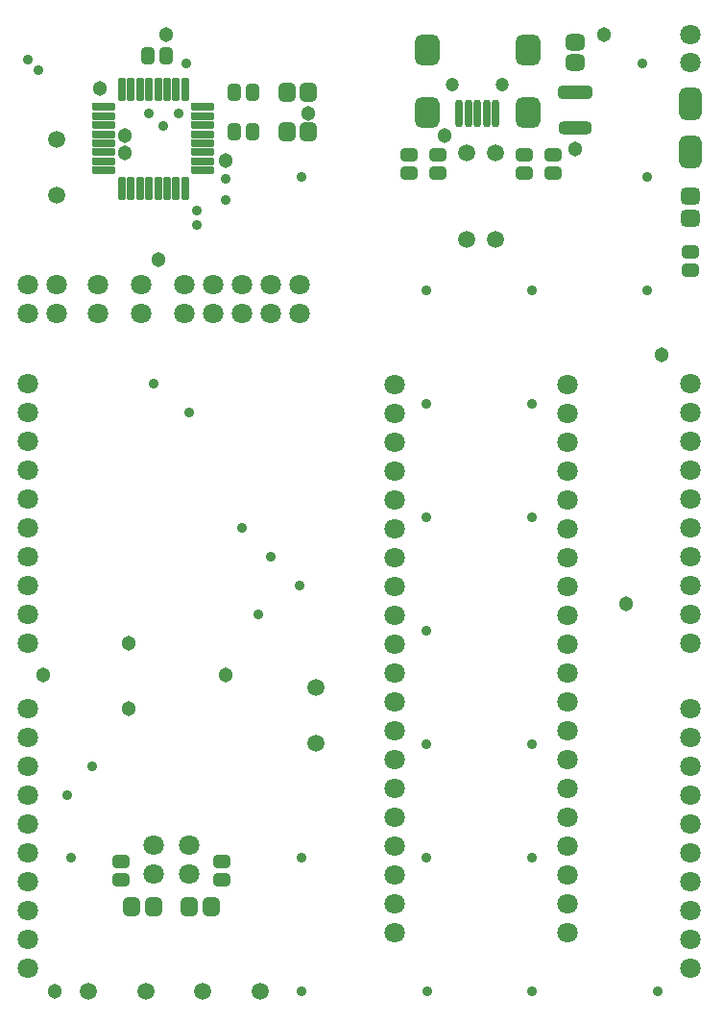
<source format=gts>
%FSTAX43Y43*%
%MOMM*%
G71*
G01*
G75*
G04 Layer_Color=3394611*
G04:AMPARAMS|DCode=10|XSize=1.3mm|YSize=1mm|CornerRadius=0.25mm|HoleSize=0mm|Usage=FLASHONLY|Rotation=270.000|XOffset=0mm|YOffset=0mm|HoleType=Round|Shape=RoundedRectangle|*
%AMROUNDEDRECTD10*
21,1,1.300,0.500,0,0,270.0*
21,1,0.800,1.000,0,0,270.0*
1,1,0.500,-0.250,-0.400*
1,1,0.500,-0.250,0.400*
1,1,0.500,0.250,0.400*
1,1,0.500,0.250,-0.400*
%
%ADD10ROUNDEDRECTD10*%
G04:AMPARAMS|DCode=11|XSize=1.5mm|YSize=1.3mm|CornerRadius=0.325mm|HoleSize=0mm|Usage=FLASHONLY|Rotation=270.000|XOffset=0mm|YOffset=0mm|HoleType=Round|Shape=RoundedRectangle|*
%AMROUNDEDRECTD11*
21,1,1.500,0.650,0,0,270.0*
21,1,0.850,1.300,0,0,270.0*
1,1,0.650,-0.325,-0.425*
1,1,0.650,-0.325,0.425*
1,1,0.650,0.325,0.425*
1,1,0.650,0.325,-0.425*
%
%ADD11ROUNDEDRECTD11*%
G04:AMPARAMS|DCode=12|XSize=1.9mm|YSize=0.5mm|CornerRadius=0.125mm|HoleSize=0mm|Usage=FLASHONLY|Rotation=0.000|XOffset=0mm|YOffset=0mm|HoleType=Round|Shape=RoundedRectangle|*
%AMROUNDEDRECTD12*
21,1,1.900,0.250,0,0,0.0*
21,1,1.650,0.500,0,0,0.0*
1,1,0.250,0.825,-0.125*
1,1,0.250,-0.825,-0.125*
1,1,0.250,-0.825,0.125*
1,1,0.250,0.825,0.125*
%
%ADD12ROUNDEDRECTD12*%
G04:AMPARAMS|DCode=13|XSize=1.9mm|YSize=0.5mm|CornerRadius=0.125mm|HoleSize=0mm|Usage=FLASHONLY|Rotation=90.000|XOffset=0mm|YOffset=0mm|HoleType=Round|Shape=RoundedRectangle|*
%AMROUNDEDRECTD13*
21,1,1.900,0.250,0,0,90.0*
21,1,1.650,0.500,0,0,90.0*
1,1,0.250,0.125,0.825*
1,1,0.250,0.125,-0.825*
1,1,0.250,-0.125,-0.825*
1,1,0.250,-0.125,0.825*
%
%ADD13ROUNDEDRECTD13*%
G04:AMPARAMS|DCode=14|XSize=1.3mm|YSize=1mm|CornerRadius=0.25mm|HoleSize=0mm|Usage=FLASHONLY|Rotation=180.000|XOffset=0mm|YOffset=0mm|HoleType=Round|Shape=RoundedRectangle|*
%AMROUNDEDRECTD14*
21,1,1.300,0.500,0,0,180.0*
21,1,0.800,1.000,0,0,180.0*
1,1,0.500,-0.400,0.250*
1,1,0.500,0.400,0.250*
1,1,0.500,0.400,-0.250*
1,1,0.500,-0.400,-0.250*
%
%ADD14ROUNDEDRECTD14*%
G04:AMPARAMS|DCode=15|XSize=1.5mm|YSize=1.3mm|CornerRadius=0.325mm|HoleSize=0mm|Usage=FLASHONLY|Rotation=0.000|XOffset=0mm|YOffset=0mm|HoleType=Round|Shape=RoundedRectangle|*
%AMROUNDEDRECTD15*
21,1,1.500,0.650,0,0,0.0*
21,1,0.850,1.300,0,0,0.0*
1,1,0.650,0.425,-0.325*
1,1,0.650,-0.425,-0.325*
1,1,0.650,-0.425,0.325*
1,1,0.650,0.425,0.325*
%
%ADD15ROUNDEDRECTD15*%
G04:AMPARAMS|DCode=16|XSize=2.65mm|YSize=1.75mm|CornerRadius=0.438mm|HoleSize=0mm|Usage=FLASHONLY|Rotation=270.000|XOffset=0mm|YOffset=0mm|HoleType=Round|Shape=RoundedRectangle|*
%AMROUNDEDRECTD16*
21,1,2.650,0.875,0,0,270.0*
21,1,1.775,1.750,0,0,270.0*
1,1,0.875,-0.438,-0.887*
1,1,0.875,-0.438,0.887*
1,1,0.875,0.438,0.887*
1,1,0.875,0.438,-0.887*
%
%ADD16ROUNDEDRECTD16*%
G04:AMPARAMS|DCode=17|XSize=0.9mm|YSize=2.7mm|CornerRadius=0.225mm|HoleSize=0mm|Usage=FLASHONLY|Rotation=270.000|XOffset=0mm|YOffset=0mm|HoleType=Round|Shape=RoundedRectangle|*
%AMROUNDEDRECTD17*
21,1,0.900,2.250,0,0,270.0*
21,1,0.450,2.700,0,0,270.0*
1,1,0.450,-1.125,-0.225*
1,1,0.450,-1.125,0.225*
1,1,0.450,1.125,0.225*
1,1,0.450,1.125,-0.225*
%
%ADD17ROUNDEDRECTD17*%
G04:AMPARAMS|DCode=18|XSize=1mm|YSize=2.8mm|CornerRadius=0.25mm|HoleSize=0mm|Usage=FLASHONLY|Rotation=270.000|XOffset=0mm|YOffset=0mm|HoleType=Round|Shape=RoundedRectangle|*
%AMROUNDEDRECTD18*
21,1,1.000,2.300,0,0,270.0*
21,1,0.500,2.800,0,0,270.0*
1,1,0.500,-1.150,-0.250*
1,1,0.500,-1.150,0.250*
1,1,0.500,1.150,0.250*
1,1,0.500,1.150,-0.250*
%
%ADD18ROUNDEDRECTD18*%
G04:AMPARAMS|DCode=19|XSize=1.5mm|YSize=1.25mm|CornerRadius=0.313mm|HoleSize=0mm|Usage=FLASHONLY|Rotation=0.000|XOffset=0mm|YOffset=0mm|HoleType=Round|Shape=RoundedRectangle|*
%AMROUNDEDRECTD19*
21,1,1.500,0.625,0,0,0.0*
21,1,0.875,1.250,0,0,0.0*
1,1,0.625,0.438,-0.313*
1,1,0.625,-0.438,-0.313*
1,1,0.625,-0.438,0.313*
1,1,0.625,0.438,0.313*
%
%ADD19ROUNDEDRECTD19*%
%ADD20O,0.500X2.250*%
G04:AMPARAMS|DCode=21|XSize=2.5mm|YSize=2mm|CornerRadius=0.5mm|HoleSize=0mm|Usage=FLASHONLY|Rotation=90.000|XOffset=0mm|YOffset=0mm|HoleType=Round|Shape=RoundedRectangle|*
%AMROUNDEDRECTD21*
21,1,2.500,1.000,0,0,90.0*
21,1,1.500,2.000,0,0,90.0*
1,1,1.000,0.500,0.750*
1,1,1.000,0.500,-0.750*
1,1,1.000,-0.500,-0.750*
1,1,1.000,-0.500,0.750*
%
%ADD21ROUNDEDRECTD21*%
%ADD22C,0.500*%
%ADD23C,1.000*%
%ADD24C,0.300*%
%ADD25C,1.600*%
%ADD26C,1.300*%
%ADD27C,1.000*%
%ADD28C,1.100*%
%ADD29C,0.700*%
G04:AMPARAMS|DCode=30|XSize=0.9mm|YSize=0.8mm|CornerRadius=0.2mm|HoleSize=0mm|Usage=FLASHONLY|Rotation=180.000|XOffset=0mm|YOffset=0mm|HoleType=Round|Shape=RoundedRectangle|*
%AMROUNDEDRECTD30*
21,1,0.900,0.400,0,0,180.0*
21,1,0.500,0.800,0,0,180.0*
1,1,0.400,-0.250,0.200*
1,1,0.400,0.250,0.200*
1,1,0.400,0.250,-0.200*
1,1,0.400,-0.250,-0.200*
%
%ADD30ROUNDEDRECTD30*%
G04:AMPARAMS|DCode=31|XSize=1.5mm|YSize=1.25mm|CornerRadius=0.313mm|HoleSize=0mm|Usage=FLASHONLY|Rotation=270.000|XOffset=0mm|YOffset=0mm|HoleType=Round|Shape=RoundedRectangle|*
%AMROUNDEDRECTD31*
21,1,1.500,0.625,0,0,270.0*
21,1,0.875,1.250,0,0,270.0*
1,1,0.625,-0.313,-0.438*
1,1,0.625,-0.313,0.438*
1,1,0.625,0.313,0.438*
1,1,0.625,0.313,-0.438*
%
%ADD31ROUNDEDRECTD31*%
%ADD32C,0.178*%
%ADD33C,0.005*%
%ADD34C,0.250*%
%ADD35C,0.254*%
%ADD36C,0.400*%
G04:AMPARAMS|DCode=37|XSize=1.503mm|YSize=1.203mm|CornerRadius=0.352mm|HoleSize=0mm|Usage=FLASHONLY|Rotation=270.000|XOffset=0mm|YOffset=0mm|HoleType=Round|Shape=RoundedRectangle|*
%AMROUNDEDRECTD37*
21,1,1.503,0.500,0,0,270.0*
21,1,0.800,1.203,0,0,270.0*
1,1,0.703,-0.250,-0.400*
1,1,0.703,-0.250,0.400*
1,1,0.703,0.250,0.400*
1,1,0.703,0.250,-0.400*
%
%ADD37ROUNDEDRECTD37*%
G04:AMPARAMS|DCode=38|XSize=1.703mm|YSize=1.503mm|CornerRadius=0.427mm|HoleSize=0mm|Usage=FLASHONLY|Rotation=270.000|XOffset=0mm|YOffset=0mm|HoleType=Round|Shape=RoundedRectangle|*
%AMROUNDEDRECTD38*
21,1,1.703,0.650,0,0,270.0*
21,1,0.850,1.503,0,0,270.0*
1,1,0.853,-0.325,-0.425*
1,1,0.853,-0.325,0.425*
1,1,0.853,0.325,0.425*
1,1,0.853,0.325,-0.425*
%
%ADD38ROUNDEDRECTD38*%
G04:AMPARAMS|DCode=39|XSize=2.1mm|YSize=0.7mm|CornerRadius=0.225mm|HoleSize=0mm|Usage=FLASHONLY|Rotation=0.000|XOffset=0mm|YOffset=0mm|HoleType=Round|Shape=RoundedRectangle|*
%AMROUNDEDRECTD39*
21,1,2.100,0.250,0,0,0.0*
21,1,1.650,0.700,0,0,0.0*
1,1,0.450,0.825,-0.125*
1,1,0.450,-0.825,-0.125*
1,1,0.450,-0.825,0.125*
1,1,0.450,0.825,0.125*
%
%ADD39ROUNDEDRECTD39*%
G04:AMPARAMS|DCode=40|XSize=2.1mm|YSize=0.7mm|CornerRadius=0.225mm|HoleSize=0mm|Usage=FLASHONLY|Rotation=90.000|XOffset=0mm|YOffset=0mm|HoleType=Round|Shape=RoundedRectangle|*
%AMROUNDEDRECTD40*
21,1,2.100,0.250,0,0,90.0*
21,1,1.650,0.700,0,0,90.0*
1,1,0.450,0.125,0.825*
1,1,0.450,0.125,-0.825*
1,1,0.450,-0.125,-0.825*
1,1,0.450,-0.125,0.825*
%
%ADD40ROUNDEDRECTD40*%
G04:AMPARAMS|DCode=41|XSize=1.503mm|YSize=1.203mm|CornerRadius=0.352mm|HoleSize=0mm|Usage=FLASHONLY|Rotation=180.000|XOffset=0mm|YOffset=0mm|HoleType=Round|Shape=RoundedRectangle|*
%AMROUNDEDRECTD41*
21,1,1.503,0.500,0,0,180.0*
21,1,0.800,1.203,0,0,180.0*
1,1,0.703,-0.400,0.250*
1,1,0.703,0.400,0.250*
1,1,0.703,0.400,-0.250*
1,1,0.703,-0.400,-0.250*
%
%ADD41ROUNDEDRECTD41*%
G04:AMPARAMS|DCode=42|XSize=1.703mm|YSize=1.503mm|CornerRadius=0.427mm|HoleSize=0mm|Usage=FLASHONLY|Rotation=0.000|XOffset=0mm|YOffset=0mm|HoleType=Round|Shape=RoundedRectangle|*
%AMROUNDEDRECTD42*
21,1,1.703,0.650,0,0,0.0*
21,1,0.850,1.503,0,0,0.0*
1,1,0.853,0.425,-0.325*
1,1,0.853,-0.425,-0.325*
1,1,0.853,-0.425,0.325*
1,1,0.853,0.425,0.325*
%
%ADD42ROUNDEDRECTD42*%
G04:AMPARAMS|DCode=43|XSize=2.853mm|YSize=1.953mm|CornerRadius=0.539mm|HoleSize=0mm|Usage=FLASHONLY|Rotation=270.000|XOffset=0mm|YOffset=0mm|HoleType=Round|Shape=RoundedRectangle|*
%AMROUNDEDRECTD43*
21,1,2.853,0.875,0,0,270.0*
21,1,1.775,1.953,0,0,270.0*
1,1,1.078,-0.438,-0.887*
1,1,1.078,-0.438,0.887*
1,1,1.078,0.438,0.887*
1,1,1.078,0.438,-0.887*
%
%ADD43ROUNDEDRECTD43*%
G04:AMPARAMS|DCode=44|XSize=1.103mm|YSize=2.903mm|CornerRadius=0.327mm|HoleSize=0mm|Usage=FLASHONLY|Rotation=270.000|XOffset=0mm|YOffset=0mm|HoleType=Round|Shape=RoundedRectangle|*
%AMROUNDEDRECTD44*
21,1,1.103,2.250,0,0,270.0*
21,1,0.450,2.903,0,0,270.0*
1,1,0.653,-1.125,-0.225*
1,1,0.653,-1.125,0.225*
1,1,0.653,1.125,0.225*
1,1,0.653,1.125,-0.225*
%
%ADD44ROUNDEDRECTD44*%
G04:AMPARAMS|DCode=45|XSize=1.203mm|YSize=3.003mm|CornerRadius=0.352mm|HoleSize=0mm|Usage=FLASHONLY|Rotation=270.000|XOffset=0mm|YOffset=0mm|HoleType=Round|Shape=RoundedRectangle|*
%AMROUNDEDRECTD45*
21,1,1.203,2.300,0,0,270.0*
21,1,0.500,3.003,0,0,270.0*
1,1,0.703,-1.150,-0.250*
1,1,0.703,-1.150,0.250*
1,1,0.703,1.150,0.250*
1,1,0.703,1.150,-0.250*
%
%ADD45ROUNDEDRECTD45*%
G04:AMPARAMS|DCode=46|XSize=1.703mm|YSize=1.453mm|CornerRadius=0.414mm|HoleSize=0mm|Usage=FLASHONLY|Rotation=0.000|XOffset=0mm|YOffset=0mm|HoleType=Round|Shape=RoundedRectangle|*
%AMROUNDEDRECTD46*
21,1,1.703,0.625,0,0,0.0*
21,1,0.875,1.453,0,0,0.0*
1,1,0.828,0.438,-0.313*
1,1,0.828,-0.438,-0.313*
1,1,0.828,-0.438,0.313*
1,1,0.828,0.438,0.313*
%
%ADD46ROUNDEDRECTD46*%
%ADD47O,0.703X2.453*%
G04:AMPARAMS|DCode=48|XSize=2.703mm|YSize=2.203mm|CornerRadius=0.602mm|HoleSize=0mm|Usage=FLASHONLY|Rotation=90.000|XOffset=0mm|YOffset=0mm|HoleType=Round|Shape=RoundedRectangle|*
%AMROUNDEDRECTD48*
21,1,2.703,1.000,0,0,90.0*
21,1,1.500,2.203,0,0,90.0*
1,1,1.203,0.500,0.750*
1,1,1.203,0.500,-0.750*
1,1,1.203,-0.500,-0.750*
1,1,1.203,-0.500,0.750*
%
%ADD48ROUNDEDRECTD48*%
%ADD49C,1.800*%
%ADD50C,1.803*%
%ADD51C,1.500*%
%ADD52C,1.503*%
%ADD53C,1.200*%
%ADD54C,1.303*%
%ADD55C,0.903*%
D37*
X0042062Y0133985D02*
D03*
X0043662D02*
D03*
X0036042Y0140652D02*
D03*
X0034443D02*
D03*
X0042062Y0137477D02*
D03*
X0043662D02*
D03*
D38*
X0046675Y0133985D02*
D03*
X0048575D02*
D03*
X0034923Y0065723D02*
D03*
X0033022D02*
D03*
X0038103D02*
D03*
X0040002D02*
D03*
X0046675Y0137477D02*
D03*
X0048575D02*
D03*
D39*
X0039275Y013615D02*
D03*
Y013535D02*
D03*
Y013455D02*
D03*
Y013375D02*
D03*
Y013295D02*
D03*
Y013215D02*
D03*
Y013135D02*
D03*
Y013055D02*
D03*
X0030575Y013615D02*
D03*
Y013055D02*
D03*
Y013135D02*
D03*
Y013215D02*
D03*
Y013295D02*
D03*
Y013375D02*
D03*
Y013455D02*
D03*
Y013535D02*
D03*
D40*
X0032125Y01377D02*
D03*
X0032925D02*
D03*
X0033725D02*
D03*
X0034525D02*
D03*
X0035325D02*
D03*
X0036125D02*
D03*
X0036925D02*
D03*
X0037725D02*
D03*
Y0129D02*
D03*
X0036925D02*
D03*
X0036125D02*
D03*
X0035325D02*
D03*
X0034525D02*
D03*
X0033725D02*
D03*
X0032925D02*
D03*
X0032125D02*
D03*
D41*
X0067628Y0131928D02*
D03*
Y0130327D02*
D03*
X0070168Y0131928D02*
D03*
Y0130327D02*
D03*
X0060007Y0131928D02*
D03*
Y0130327D02*
D03*
X0057467Y0130327D02*
D03*
Y0131928D02*
D03*
X0082232Y0121755D02*
D03*
Y0123355D02*
D03*
X0032068Y0068098D02*
D03*
Y0069698D02*
D03*
X0040958Y0068098D02*
D03*
Y0069698D02*
D03*
D42*
X0082232Y0126368D02*
D03*
Y0128268D02*
D03*
D43*
Y0136452D02*
D03*
Y0132152D02*
D03*
D44*
X0072073Y013434D02*
D03*
D45*
Y013744D02*
D03*
D46*
Y0140095D02*
D03*
Y0141845D02*
D03*
D47*
X00619Y0135572D02*
D03*
X00627D02*
D03*
X00635D02*
D03*
X00643D02*
D03*
X00651D02*
D03*
D48*
X005905Y0135697D02*
D03*
Y0141148D02*
D03*
X006795Y0135697D02*
D03*
Y0141148D02*
D03*
D49*
X0023813Y0120523D02*
D03*
X0026353D02*
D03*
X0037655Y0117983D02*
D03*
X0040195D02*
D03*
X0042736D02*
D03*
X0045276D02*
D03*
X0047815D02*
D03*
Y0120523D02*
D03*
X0045276D02*
D03*
X0042736D02*
D03*
X0040195D02*
D03*
X0037655D02*
D03*
X0082232Y0140018D02*
D03*
Y0142557D02*
D03*
X0034925Y006858D02*
D03*
Y007112D02*
D03*
X00381Y006858D02*
D03*
Y007112D02*
D03*
X0023812Y011176D02*
D03*
Y010922D02*
D03*
Y010668D02*
D03*
Y010414D02*
D03*
Y01016D02*
D03*
Y009906D02*
D03*
Y009652D02*
D03*
Y009398D02*
D03*
Y009144D02*
D03*
Y00889D02*
D03*
Y0060325D02*
D03*
Y0062865D02*
D03*
Y0065405D02*
D03*
Y0067945D02*
D03*
Y0070485D02*
D03*
Y0073025D02*
D03*
Y0075565D02*
D03*
Y0078105D02*
D03*
Y0080645D02*
D03*
Y0083185D02*
D03*
X0082232Y0060325D02*
D03*
Y0062865D02*
D03*
Y0065405D02*
D03*
Y0067945D02*
D03*
Y0070485D02*
D03*
Y0073025D02*
D03*
Y0075565D02*
D03*
Y0078105D02*
D03*
Y0080645D02*
D03*
Y0083185D02*
D03*
X0033846Y0120523D02*
D03*
Y0117983D02*
D03*
X0030035D02*
D03*
Y0120523D02*
D03*
X0023812Y0117983D02*
D03*
X0026353D02*
D03*
X0082232Y011176D02*
D03*
Y010922D02*
D03*
Y010668D02*
D03*
Y010414D02*
D03*
Y01016D02*
D03*
Y009906D02*
D03*
Y009652D02*
D03*
Y009398D02*
D03*
Y009144D02*
D03*
Y00889D02*
D03*
D50*
X0056197Y0111713D02*
D03*
Y0109173D02*
D03*
Y0106632D02*
D03*
Y0104092D02*
D03*
Y0101552D02*
D03*
Y0099012D02*
D03*
Y0096473D02*
D03*
Y0093933D02*
D03*
Y0091393D02*
D03*
Y0088853D02*
D03*
Y0086312D02*
D03*
Y0083772D02*
D03*
Y0081232D02*
D03*
Y0078692D02*
D03*
Y0076152D02*
D03*
Y0073613D02*
D03*
Y0071073D02*
D03*
Y0068533D02*
D03*
Y0065993D02*
D03*
Y0063452D02*
D03*
X0071438Y0111713D02*
D03*
Y0109173D02*
D03*
Y0106632D02*
D03*
Y0104092D02*
D03*
Y0101552D02*
D03*
Y0099012D02*
D03*
Y0096473D02*
D03*
Y0093933D02*
D03*
Y0091393D02*
D03*
Y0088853D02*
D03*
Y0086312D02*
D03*
Y0083772D02*
D03*
Y0081232D02*
D03*
Y0078692D02*
D03*
Y0076152D02*
D03*
Y0073613D02*
D03*
Y0071073D02*
D03*
Y0068533D02*
D03*
Y0065993D02*
D03*
Y0063452D02*
D03*
D51*
X0026353Y012837D02*
D03*
Y013325D02*
D03*
X0065088Y012446D02*
D03*
X0062548D02*
D03*
X0049213Y008011D02*
D03*
Y008499D02*
D03*
D52*
X0065088Y013208D02*
D03*
X0062548D02*
D03*
X0044323Y0058293D02*
D03*
X0039243D02*
D03*
X0034227D02*
D03*
X0029146D02*
D03*
D53*
X00613Y0138143D02*
D03*
X00657D02*
D03*
D54*
X00302Y01378D02*
D03*
X00354Y01227D02*
D03*
X00262Y00583D02*
D03*
X00766Y00924D02*
D03*
X00413Y00861D02*
D03*
X00252D02*
D03*
X0072073Y0132398D02*
D03*
X0074613Y0142557D02*
D03*
X0032702Y00889D02*
D03*
Y0083185D02*
D03*
X0036042Y0142557D02*
D03*
X0041275Y0131445D02*
D03*
X0032385Y0133667D02*
D03*
Y013208D02*
D03*
X0048577Y0135572D02*
D03*
X0079692Y01143D02*
D03*
X00606Y01336D02*
D03*
D55*
X00358Y01345D02*
D03*
X0079378Y00583D02*
D03*
X0048D02*
D03*
X0059057D02*
D03*
X006832D02*
D03*
X0037783Y014D02*
D03*
X0078D02*
D03*
X0047943Y013D02*
D03*
X0078423D02*
D03*
X0059Y012D02*
D03*
X0068262D02*
D03*
X0078423D02*
D03*
X0059Y011D02*
D03*
X0068262D02*
D03*
X0059Y01D02*
D03*
X0068262D02*
D03*
X0059Y009D02*
D03*
Y008D02*
D03*
X0068262D02*
D03*
X0047943Y007D02*
D03*
X0059D02*
D03*
X0068262D02*
D03*
X0027622D02*
D03*
X0023812Y0140335D02*
D03*
X0024765Y0139383D02*
D03*
X0027305Y0075565D02*
D03*
X0029528Y0078105D02*
D03*
X0044132Y009144D02*
D03*
X00381Y010922D02*
D03*
X0042736Y009906D02*
D03*
X0045276Y009652D02*
D03*
X0047815Y009398D02*
D03*
X0034925Y011176D02*
D03*
X0034525Y0135572D02*
D03*
X0037147D02*
D03*
X0041275Y0129857D02*
D03*
Y0127952D02*
D03*
X0038735Y0127D02*
D03*
Y012573D02*
D03*
M02*

</source>
